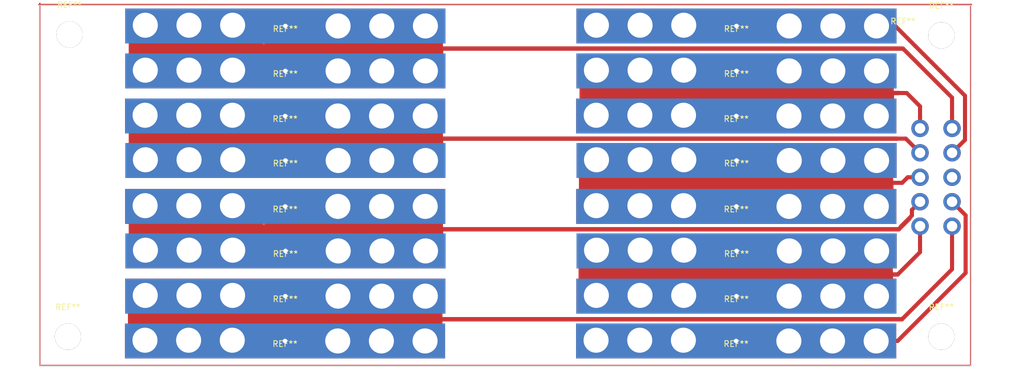
<source format=kicad_pcb>
(kicad_pcb (version 4) (host pcbnew 4.0.4-stable)

  (general
    (links 0)
    (no_connects 0)
    (area -6.891925 -1.0296 169.185225 63.0929)
    (thickness 1.6)
    (drawings 4)
    (tracks 95)
    (zones 0)
    (modules 21)
    (nets 1)
  )

  (page A4)
  (layers
    (0 F.Cu signal)
    (31 B.Cu signal)
    (32 B.Adhes user)
    (33 F.Adhes user)
    (34 B.Paste user)
    (35 F.Paste user)
    (36 B.SilkS user)
    (37 F.SilkS user)
    (38 B.Mask user)
    (39 F.Mask user)
    (40 Dwgs.User user)
    (41 Cmts.User user)
    (42 Eco1.User user)
    (43 Eco2.User user)
    (44 Edge.Cuts user)
    (45 Margin user)
    (46 B.CrtYd user)
    (47 F.CrtYd user)
    (48 B.Fab user)
    (49 F.Fab user)
  )

  (setup
    (last_trace_width 0.25)
    (trace_clearance 0.2)
    (zone_clearance 0.508)
    (zone_45_only no)
    (trace_min 0.2)
    (segment_width 0.2)
    (edge_width 0.15)
    (via_size 0.6)
    (via_drill 0.4)
    (via_min_size 0.4)
    (via_min_drill 0.3)
    (uvia_size 0.3)
    (uvia_drill 0.1)
    (uvias_allowed no)
    (uvia_min_size 0.2)
    (uvia_min_drill 0.1)
    (pcb_text_width 0.3)
    (pcb_text_size 1.5 1.5)
    (mod_edge_width 0.15)
    (mod_text_size 1 1)
    (mod_text_width 0.15)
    (pad_size 55 6)
    (pad_drill 0.762)
    (pad_to_mask_clearance 0.2)
    (aux_axis_origin 0 0)
    (visible_elements 7FFFFFFF)
    (pcbplotparams
      (layerselection 0x00000_00000001)
      (usegerberextensions true)
      (excludeedgelayer true)
      (linewidth 0.100000)
      (plotframeref false)
      (viasonmask false)
      (mode 1)
      (useauxorigin false)
      (hpglpennumber 1)
      (hpglpenspeed 20)
      (hpglpendiameter 15)
      (hpglpenoverlay 2)
      (psnegative false)
      (psa4output false)
      (plotreference false)
      (plotvalue false)
      (plotinvisibletext false)
      (padsonsilk false)
      (subtractmaskfromsilk false)
      (outputformat 1)
      (mirror false)
      (drillshape 0)
      (scaleselection 1)
      (outputdirectory ""))
  )

  (net 0 "")

  (net_class Default "This is the default net class."
    (clearance 0.2)
    (trace_width 0.25)
    (via_dia 0.6)
    (via_drill 0.4)
    (uvia_dia 0.3)
    (uvia_drill 0.1)
  )

  (module USST-footprints:HolePad_single_4-5mmDrill (layer F.Cu) (tedit 5AB67E2F) (tstamp 5AB68C68)
    (at 154.9057 5.1651)
    (fp_text reference REF** (at 0 -5.08) (layer F.SilkS)
      (effects (font (size 1 1) (thickness 0.15)))
    )
    (fp_text value SolderWirePad_single_2-5mmDrill (at 1.27 5.08) (layer F.Fab)
      (effects (font (size 1 1) (thickness 0.15)))
    )
    (pad "" thru_hole circle (at 0 0) (size 4.5 4.5) (drill 4.5) (layers *.Cu *.Mask))
  )

  (module USST-footprints:batt_wedge (layer F.Cu) (tedit 5AD46282) (tstamp 5AD46E04)
    (at 42.1703 19.0246)
    (fp_text reference REF** (at 0 0.5) (layer F.SilkS)
      (effects (font (size 1 1) (thickness 0.15)))
    )
    (fp_text value batt_wedge (at 0 -0.5) (layer F.Fab)
      (effects (font (size 1 1) (thickness 0.15)))
    )
    (pad 1 thru_hole rect (at 0 0) (size 55 6) (drill 0.762) (layers F.Cu F.Paste))
    (pad "" thru_hole circle (at 9.059 0) (size 4.3 4.3) (drill 4.3) (layers *.Cu *.Mask))
    (pad "" thru_hole circle (at -9.059 -0.127) (size 4.3 4.3) (drill 4.3) (layers *.Cu *.Mask))
    (pad "" thru_hole circle (at -24.059 -0.127) (size 4.3 4.3) (drill 4.3) (layers *.Cu *.Mask))
    (pad "" thru_hole circle (at -16.559 -0.127) (size 4.3 4.3) (drill 4.3) (layers *.Cu *.Mask))
    (pad "" thru_hole circle (at 24.059 0) (size 4.3 4.3) (drill 4.3) (layers *.Cu *.Mask))
    (pad "" thru_hole circle (at 16.559 0) (size 4.3 4.3) (drill 4.3) (layers *.Cu *.Mask))
  )

  (module USST-footprints:batt_wedge (layer F.Cu) (tedit 5AD46282) (tstamp 5AD46DFA)
    (at 42.1467 57.6737)
    (fp_text reference REF** (at 0 0.5) (layer F.SilkS)
      (effects (font (size 1 1) (thickness 0.15)))
    )
    (fp_text value batt_wedge (at 0 -0.5) (layer F.Fab)
      (effects (font (size 1 1) (thickness 0.15)))
    )
    (pad 1 thru_hole rect (at 0 0) (size 55 6) (drill 0.762) (layers F.Cu F.Paste))
    (pad "" thru_hole circle (at 9.059 0) (size 4.3 4.3) (drill 4.3) (layers *.Cu *.Mask))
    (pad "" thru_hole circle (at -9.059 -0.127) (size 4.3 4.3) (drill 4.3) (layers *.Cu *.Mask))
    (pad "" thru_hole circle (at -24.059 -0.127) (size 4.3 4.3) (drill 4.3) (layers *.Cu *.Mask))
    (pad "" thru_hole circle (at -16.559 -0.127) (size 4.3 4.3) (drill 4.3) (layers *.Cu *.Mask))
    (pad "" thru_hole circle (at 24.059 0) (size 4.3 4.3) (drill 4.3) (layers *.Cu *.Mask))
    (pad "" thru_hole circle (at 16.559 0) (size 4.3 4.3) (drill 4.3) (layers *.Cu *.Mask))
  )

  (module USST-footprints:batt_wedge (layer F.Cu) (tedit 5AD46282) (tstamp 5AD46DF0)
    (at 42.1975 49.9745)
    (fp_text reference REF** (at 0 0.5) (layer F.SilkS)
      (effects (font (size 1 1) (thickness 0.15)))
    )
    (fp_text value batt_wedge (at 0 -0.5) (layer F.Fab)
      (effects (font (size 1 1) (thickness 0.15)))
    )
    (pad 1 thru_hole rect (at 0 0) (size 55 6) (drill 0.762) (layers F.Cu F.Paste))
    (pad "" thru_hole circle (at 9.059 0) (size 4.3 4.3) (drill 4.3) (layers *.Cu *.Mask))
    (pad "" thru_hole circle (at -9.059 -0.127) (size 4.3 4.3) (drill 4.3) (layers *.Cu *.Mask))
    (pad "" thru_hole circle (at -24.059 -0.127) (size 4.3 4.3) (drill 4.3) (layers *.Cu *.Mask))
    (pad "" thru_hole circle (at -16.559 -0.127) (size 4.3 4.3) (drill 4.3) (layers *.Cu *.Mask))
    (pad "" thru_hole circle (at 24.059 0) (size 4.3 4.3) (drill 4.3) (layers *.Cu *.Mask))
    (pad "" thru_hole circle (at 16.559 0) (size 4.3 4.3) (drill 4.3) (layers *.Cu *.Mask))
  )

  (module USST-footprints:batt_wedge (layer F.Cu) (tedit 5AD46282) (tstamp 5AD46DE6)
    (at 42.2268 42.2051)
    (fp_text reference REF** (at 0 0.5) (layer F.SilkS)
      (effects (font (size 1 1) (thickness 0.15)))
    )
    (fp_text value batt_wedge (at 0 -0.5) (layer F.Fab)
      (effects (font (size 1 1) (thickness 0.15)))
    )
    (pad 1 thru_hole rect (at 0 0) (size 55 6) (drill 0.762) (layers F.Cu F.Paste))
    (pad "" thru_hole circle (at 9.059 0) (size 4.3 4.3) (drill 4.3) (layers *.Cu *.Mask))
    (pad "" thru_hole circle (at -9.059 -0.127) (size 4.3 4.3) (drill 4.3) (layers *.Cu *.Mask))
    (pad "" thru_hole circle (at -24.059 -0.127) (size 4.3 4.3) (drill 4.3) (layers *.Cu *.Mask))
    (pad "" thru_hole circle (at -16.559 -0.127) (size 4.3 4.3) (drill 4.3) (layers *.Cu *.Mask))
    (pad "" thru_hole circle (at 24.059 0) (size 4.3 4.3) (drill 4.3) (layers *.Cu *.Mask))
    (pad "" thru_hole circle (at 16.559 0) (size 4.3 4.3) (drill 4.3) (layers *.Cu *.Mask))
  )

  (module USST-footprints:batt_wedge (layer F.Cu) (tedit 5AD46282) (tstamp 5AD46DDC)
    (at 42.176 34.5567)
    (fp_text reference REF** (at 0 0.5) (layer F.SilkS)
      (effects (font (size 1 1) (thickness 0.15)))
    )
    (fp_text value batt_wedge (at 0 -0.5) (layer F.Fab)
      (effects (font (size 1 1) (thickness 0.15)))
    )
    (pad 1 thru_hole rect (at 0 0) (size 55 6) (drill 0.762) (layers F.Cu F.Paste))
    (pad "" thru_hole circle (at 9.059 0) (size 4.3 4.3) (drill 4.3) (layers *.Cu *.Mask))
    (pad "" thru_hole circle (at -9.059 -0.127) (size 4.3 4.3) (drill 4.3) (layers *.Cu *.Mask))
    (pad "" thru_hole circle (at -24.059 -0.127) (size 4.3 4.3) (drill 4.3) (layers *.Cu *.Mask))
    (pad "" thru_hole circle (at -16.559 -0.127) (size 4.3 4.3) (drill 4.3) (layers *.Cu *.Mask))
    (pad "" thru_hole circle (at 24.059 0) (size 4.3 4.3) (drill 4.3) (layers *.Cu *.Mask))
    (pad "" thru_hole circle (at 16.559 0) (size 4.3 4.3) (drill 4.3) (layers *.Cu *.Mask))
  )

  (module USST-footprints:batt_wedge (layer F.Cu) (tedit 5AD46282) (tstamp 5AD46DD2)
    (at 42.2211 26.67)
    (fp_text reference REF** (at 0 0.5) (layer F.SilkS)
      (effects (font (size 1 1) (thickness 0.15)))
    )
    (fp_text value batt_wedge (at 0 -0.5) (layer F.Fab)
      (effects (font (size 1 1) (thickness 0.15)))
    )
    (pad 1 thru_hole rect (at 0 0) (size 55 6) (drill 0.762) (layers F.Cu F.Paste))
    (pad "" thru_hole circle (at 9.059 0) (size 4.3 4.3) (drill 4.3) (layers *.Cu *.Mask))
    (pad "" thru_hole circle (at -9.059 -0.127) (size 4.3 4.3) (drill 4.3) (layers *.Cu *.Mask))
    (pad "" thru_hole circle (at -24.059 -0.127) (size 4.3 4.3) (drill 4.3) (layers *.Cu *.Mask))
    (pad "" thru_hole circle (at -16.559 -0.127) (size 4.3 4.3) (drill 4.3) (layers *.Cu *.Mask))
    (pad "" thru_hole circle (at 24.059 0) (size 4.3 4.3) (drill 4.3) (layers *.Cu *.Mask))
    (pad "" thru_hole circle (at 16.559 0) (size 4.3 4.3) (drill 4.3) (layers *.Cu *.Mask))
  )

  (module USST-footprints:batt_wedge (layer F.Cu) (tedit 5AD46282) (tstamp 5AD46DC8)
    (at 119.7065 11.2806)
    (fp_text reference REF** (at 0 0.5) (layer F.SilkS)
      (effects (font (size 1 1) (thickness 0.15)))
    )
    (fp_text value batt_wedge (at 0 -0.5) (layer F.Fab)
      (effects (font (size 1 1) (thickness 0.15)))
    )
    (pad 1 thru_hole rect (at 0 0) (size 55 6) (drill 0.762) (layers F.Cu F.Paste))
    (pad "" thru_hole circle (at 9.059 0) (size 4.3 4.3) (drill 4.3) (layers *.Cu *.Mask))
    (pad "" thru_hole circle (at -9.059 -0.127) (size 4.3 4.3) (drill 4.3) (layers *.Cu *.Mask))
    (pad "" thru_hole circle (at -24.059 -0.127) (size 4.3 4.3) (drill 4.3) (layers *.Cu *.Mask))
    (pad "" thru_hole circle (at -16.559 -0.127) (size 4.3 4.3) (drill 4.3) (layers *.Cu *.Mask))
    (pad "" thru_hole circle (at 24.059 0) (size 4.3 4.3) (drill 4.3) (layers *.Cu *.Mask))
    (pad "" thru_hole circle (at 16.559 0) (size 4.3 4.3) (drill 4.3) (layers *.Cu *.Mask))
  )

  (module USST-footprints:batt_wedge (layer F.Cu) (tedit 5AD46282) (tstamp 5AD46DBE)
    (at 119.7065 3.5565)
    (fp_text reference REF** (at 0 0.5) (layer F.SilkS)
      (effects (font (size 1 1) (thickness 0.15)))
    )
    (fp_text value batt_wedge (at 0 -0.5) (layer F.Fab)
      (effects (font (size 1 1) (thickness 0.15)))
    )
    (pad 1 thru_hole rect (at 0 0) (size 55 6) (drill 0.762) (layers F.Cu F.Paste))
    (pad "" thru_hole circle (at 9.059 0) (size 4.3 4.3) (drill 4.3) (layers *.Cu *.Mask))
    (pad "" thru_hole circle (at -9.059 -0.127) (size 4.3 4.3) (drill 4.3) (layers *.Cu *.Mask))
    (pad "" thru_hole circle (at -24.059 -0.127) (size 4.3 4.3) (drill 4.3) (layers *.Cu *.Mask))
    (pad "" thru_hole circle (at -16.559 -0.127) (size 4.3 4.3) (drill 4.3) (layers *.Cu *.Mask))
    (pad "" thru_hole circle (at 24.059 0) (size 4.3 4.3) (drill 4.3) (layers *.Cu *.Mask))
    (pad "" thru_hole circle (at 16.559 0) (size 4.3 4.3) (drill 4.3) (layers *.Cu *.Mask))
  )

  (module USST-footprints:batt_wedge (layer F.Cu) (tedit 5AD46282) (tstamp 5AD46CD9)
    (at 119.6467 57.6737)
    (fp_text reference REF** (at 0 0.5) (layer F.SilkS)
      (effects (font (size 1 1) (thickness 0.15)))
    )
    (fp_text value batt_wedge (at 0 -0.5) (layer F.Fab)
      (effects (font (size 1 1) (thickness 0.15)))
    )
    (pad 1 thru_hole rect (at 0 0) (size 55 6) (drill 0.762) (layers F.Cu F.Paste))
    (pad "" thru_hole circle (at 9.059 0) (size 4.3 4.3) (drill 4.3) (layers *.Cu *.Mask))
    (pad "" thru_hole circle (at -9.059 -0.127) (size 4.3 4.3) (drill 4.3) (layers *.Cu *.Mask))
    (pad "" thru_hole circle (at -24.059 -0.127) (size 4.3 4.3) (drill 4.3) (layers *.Cu *.Mask))
    (pad "" thru_hole circle (at -16.559 -0.127) (size 4.3 4.3) (drill 4.3) (layers *.Cu *.Mask))
    (pad "" thru_hole circle (at 24.059 0) (size 4.3 4.3) (drill 4.3) (layers *.Cu *.Mask))
    (pad "" thru_hole circle (at 16.559 0) (size 4.3 4.3) (drill 4.3) (layers *.Cu *.Mask))
  )

  (module USST-footprints:batt_wedge (layer F.Cu) (tedit 5AD46282) (tstamp 5AD46BCD)
    (at 119.6975 49.9745)
    (fp_text reference REF** (at 0 0.5) (layer F.SilkS)
      (effects (font (size 1 1) (thickness 0.15)))
    )
    (fp_text value batt_wedge (at 0 -0.5) (layer F.Fab)
      (effects (font (size 1 1) (thickness 0.15)))
    )
    (pad 1 thru_hole rect (at 0 0) (size 55 6) (drill 0.762) (layers F.Cu F.Paste))
    (pad "" thru_hole circle (at 9.059 0) (size 4.3 4.3) (drill 4.3) (layers *.Cu *.Mask))
    (pad "" thru_hole circle (at -9.059 -0.127) (size 4.3 4.3) (drill 4.3) (layers *.Cu *.Mask))
    (pad "" thru_hole circle (at -24.059 -0.127) (size 4.3 4.3) (drill 4.3) (layers *.Cu *.Mask))
    (pad "" thru_hole circle (at -16.559 -0.127) (size 4.3 4.3) (drill 4.3) (layers *.Cu *.Mask))
    (pad "" thru_hole circle (at 24.059 0) (size 4.3 4.3) (drill 4.3) (layers *.Cu *.Mask))
    (pad "" thru_hole circle (at 16.559 0) (size 4.3 4.3) (drill 4.3) (layers *.Cu *.Mask))
  )

  (module USST-footprints:batt_wedge (layer F.Cu) (tedit 5AD46282) (tstamp 5AD46BB8)
    (at 119.7268 42.2051)
    (fp_text reference REF** (at 0 0.5) (layer F.SilkS)
      (effects (font (size 1 1) (thickness 0.15)))
    )
    (fp_text value batt_wedge (at 0 -0.5) (layer F.Fab)
      (effects (font (size 1 1) (thickness 0.15)))
    )
    (pad 1 thru_hole rect (at 0 0) (size 55 6) (drill 0.762) (layers F.Cu F.Paste))
    (pad "" thru_hole circle (at 9.059 0) (size 4.3 4.3) (drill 4.3) (layers *.Cu *.Mask))
    (pad "" thru_hole circle (at -9.059 -0.127) (size 4.3 4.3) (drill 4.3) (layers *.Cu *.Mask))
    (pad "" thru_hole circle (at -24.059 -0.127) (size 4.3 4.3) (drill 4.3) (layers *.Cu *.Mask))
    (pad "" thru_hole circle (at -16.559 -0.127) (size 4.3 4.3) (drill 4.3) (layers *.Cu *.Mask))
    (pad "" thru_hole circle (at 24.059 0) (size 4.3 4.3) (drill 4.3) (layers *.Cu *.Mask))
    (pad "" thru_hole circle (at 16.559 0) (size 4.3 4.3) (drill 4.3) (layers *.Cu *.Mask))
  )

  (module USST-footprints:batt_wedge (layer F.Cu) (tedit 5AD46282) (tstamp 5AD46BA4)
    (at 119.676 34.5567)
    (fp_text reference REF** (at 0 0.5) (layer F.SilkS)
      (effects (font (size 1 1) (thickness 0.15)))
    )
    (fp_text value batt_wedge (at 0 -0.5) (layer F.Fab)
      (effects (font (size 1 1) (thickness 0.15)))
    )
    (pad 1 thru_hole rect (at 0 0) (size 55 6) (drill 0.762) (layers F.Cu F.Paste))
    (pad "" thru_hole circle (at 9.059 0) (size 4.3 4.3) (drill 4.3) (layers *.Cu *.Mask))
    (pad "" thru_hole circle (at -9.059 -0.127) (size 4.3 4.3) (drill 4.3) (layers *.Cu *.Mask))
    (pad "" thru_hole circle (at -24.059 -0.127) (size 4.3 4.3) (drill 4.3) (layers *.Cu *.Mask))
    (pad "" thru_hole circle (at -16.559 -0.127) (size 4.3 4.3) (drill 4.3) (layers *.Cu *.Mask))
    (pad "" thru_hole circle (at 24.059 0) (size 4.3 4.3) (drill 4.3) (layers *.Cu *.Mask))
    (pad "" thru_hole circle (at 16.559 0) (size 4.3 4.3) (drill 4.3) (layers *.Cu *.Mask))
  )

  (module USST-footprints:batt_wedge (layer F.Cu) (tedit 5AD46282) (tstamp 5AD46B90)
    (at 119.7211 26.67)
    (fp_text reference REF** (at 0 0.5) (layer F.SilkS)
      (effects (font (size 1 1) (thickness 0.15)))
    )
    (fp_text value batt_wedge (at 0 -0.5) (layer F.Fab)
      (effects (font (size 1 1) (thickness 0.15)))
    )
    (pad 1 thru_hole rect (at 0 0) (size 55 6) (drill 0.762) (layers F.Cu F.Paste))
    (pad "" thru_hole circle (at 9.059 0) (size 4.3 4.3) (drill 4.3) (layers *.Cu *.Mask))
    (pad "" thru_hole circle (at -9.059 -0.127) (size 4.3 4.3) (drill 4.3) (layers *.Cu *.Mask))
    (pad "" thru_hole circle (at -24.059 -0.127) (size 4.3 4.3) (drill 4.3) (layers *.Cu *.Mask))
    (pad "" thru_hole circle (at -16.559 -0.127) (size 4.3 4.3) (drill 4.3) (layers *.Cu *.Mask))
    (pad "" thru_hole circle (at 24.059 0) (size 4.3 4.3) (drill 4.3) (layers *.Cu *.Mask))
    (pad "" thru_hole circle (at 16.559 0) (size 4.3 4.3) (drill 4.3) (layers *.Cu *.Mask))
  )

  (module USST-footprints:batt_wedge (layer F.Cu) (tedit 5AD46282) (tstamp 5AD46B7C)
    (at 119.6703 19.0246)
    (fp_text reference REF** (at 0 0.5) (layer F.SilkS)
      (effects (font (size 1 1) (thickness 0.15)))
    )
    (fp_text value batt_wedge (at 0 -0.5) (layer F.Fab)
      (effects (font (size 1 1) (thickness 0.15)))
    )
    (pad 1 thru_hole rect (at 0 0) (size 55 6) (drill 0.762) (layers F.Cu F.Paste))
    (pad "" thru_hole circle (at 9.059 0) (size 4.3 4.3) (drill 4.3) (layers *.Cu *.Mask))
    (pad "" thru_hole circle (at -9.059 -0.127) (size 4.3 4.3) (drill 4.3) (layers *.Cu *.Mask))
    (pad "" thru_hole circle (at -24.059 -0.127) (size 4.3 4.3) (drill 4.3) (layers *.Cu *.Mask))
    (pad "" thru_hole circle (at -16.559 -0.127) (size 4.3 4.3) (drill 4.3) (layers *.Cu *.Mask))
    (pad "" thru_hole circle (at 24.059 0) (size 4.3 4.3) (drill 4.3) (layers *.Cu *.Mask))
    (pad "" thru_hole circle (at 16.559 0) (size 4.3 4.3) (drill 4.3) (layers *.Cu *.Mask))
  )

  (module USST-footprints:batt_wedge (layer F.Cu) (tedit 5AD46282) (tstamp 5AD46B5C)
    (at 42.2065 11.2806)
    (fp_text reference REF** (at 0 0.5) (layer F.SilkS)
      (effects (font (size 1 1) (thickness 0.15)))
    )
    (fp_text value batt_wedge (at 0 -0.5) (layer F.Fab)
      (effects (font (size 1 1) (thickness 0.15)))
    )
    (pad 1 thru_hole rect (at 0 0) (size 55 6) (drill 0.762) (layers F.Cu F.Paste))
    (pad "" thru_hole circle (at 9.059 0) (size 4.3 4.3) (drill 4.3) (layers *.Cu *.Mask))
    (pad "" thru_hole circle (at -9.059 -0.127) (size 4.3 4.3) (drill 4.3) (layers *.Cu *.Mask))
    (pad "" thru_hole circle (at -24.059 -0.127) (size 4.3 4.3) (drill 4.3) (layers *.Cu *.Mask))
    (pad "" thru_hole circle (at -16.559 -0.127) (size 4.3 4.3) (drill 4.3) (layers *.Cu *.Mask))
    (pad "" thru_hole circle (at 24.059 0) (size 4.3 4.3) (drill 4.3) (layers *.Cu *.Mask))
    (pad "" thru_hole circle (at 16.559 0) (size 4.3 4.3) (drill 4.3) (layers *.Cu *.Mask))
  )

  (module USST-footprints:batt_wedge (layer F.Cu) (tedit 5AD46282) (tstamp 5AB68127)
    (at 42.2065 3.5565)
    (fp_text reference REF** (at 0 0.5) (layer F.SilkS)
      (effects (font (size 1 1) (thickness 0.15)))
    )
    (fp_text value batt_wedge (at 0 -0.5) (layer F.Fab)
      (effects (font (size 1 1) (thickness 0.15)))
    )
    (pad 1 thru_hole rect (at 0 0) (size 55 6) (drill 0.762) (layers F.Cu F.Paste))
    (pad "" thru_hole circle (at 9.059 0) (size 4.3 4.3) (drill 4.3) (layers *.Cu *.Mask))
    (pad "" thru_hole circle (at -9.059 -0.127) (size 4.3 4.3) (drill 4.3) (layers *.Cu *.Mask))
    (pad "" thru_hole circle (at -24.059 -0.127) (size 4.3 4.3) (drill 4.3) (layers *.Cu *.Mask))
    (pad "" thru_hole circle (at -16.559 -0.127) (size 4.3 4.3) (drill 4.3) (layers *.Cu *.Mask))
    (pad "" thru_hole circle (at 24.059 0) (size 4.3 4.3) (drill 4.3) (layers *.Cu *.Mask))
    (pad "" thru_hole circle (at 16.559 0) (size 4.3 4.3) (drill 4.3) (layers *.Cu *.Mask))
  )

  (module USST-footprints:HolePad_single_4-5mmDrill (layer F.Cu) (tedit 5AB67E2F) (tstamp 5AB68C2E)
    (at 5.1143 5.0254)
    (fp_text reference REF** (at 0 -5.08) (layer F.SilkS)
      (effects (font (size 1 1) (thickness 0.15)))
    )
    (fp_text value SolderWirePad_single_2-5mmDrill (at 1.27 5.08) (layer F.Fab)
      (effects (font (size 1 1) (thickness 0.15)))
    )
    (pad "" thru_hole circle (at 0 0) (size 4.5 4.5) (drill 4.5) (layers *.Cu *.Mask))
  )

  (module USST-footprints:HolePad_single_4-5mmDrill (layer F.Cu) (tedit 5AB67E2F) (tstamp 5AB68C3A)
    (at 4.8476 56.9379)
    (fp_text reference REF** (at 0 -5.08) (layer F.SilkS)
      (effects (font (size 1 1) (thickness 0.15)))
    )
    (fp_text value SolderWirePad_single_2-5mmDrill (at 1.27 5.08) (layer F.Fab)
      (effects (font (size 1 1) (thickness 0.15)))
    )
    (pad "" thru_hole circle (at 0 0) (size 4.5 4.5) (drill 4.5) (layers *.Cu *.Mask))
  )

  (module USST-footprints:HolePad_single_4-5mmDrill (layer F.Cu) (tedit 5AB67E2F) (tstamp 5AB68C70)
    (at 154.9057 56.9379)
    (fp_text reference REF** (at 0 -5.08) (layer F.SilkS)
      (effects (font (size 1 1) (thickness 0.15)))
    )
    (fp_text value SolderWirePad_single_2-5mmDrill (at 1.27 5.08) (layer F.Fab)
      (effects (font (size 1 1) (thickness 0.15)))
    )
    (pad "" thru_hole circle (at 0 0) (size 4.5 4.5) (drill 4.5) (layers *.Cu *.Mask))
  )

  (module USST-footprints:BatteryConnector (layer F.Cu) (tedit 566B6018) (tstamp 5B063768)
    (at 151.2434 37.9529)
    (fp_text reference REF** (at -2.9455 -35.197) (layer F.SilkS)
      (effects (font (size 1 1) (thickness 0.15)))
    )
    (fp_text value BatteryConnector (at 1.182 -37.1655) (layer F.Fab)
      (effects (font (size 1 1) (thickness 0.15)))
    )
    (pad "" np_thru_hole circle (at 0 0) (size 3 3) (drill 1.8) (layers *.Cu))
    (pad "" np_thru_hole circle (at 5.5 0) (size 3 3) (drill 1.8) (layers *.Cu))
    (pad "" np_thru_hole circle (at 5.5 -4.2) (size 3 3) (drill 1.8) (layers *.Cu))
    (pad "" np_thru_hole circle (at 0 -4.2) (size 3 3) (drill 1.8) (layers *.Cu))
    (pad "" np_thru_hole circle (at 5.5 -8.4) (size 3 3) (drill 1.8) (layers *.Cu))
    (pad "" np_thru_hole circle (at 0 -8.4) (size 3 3) (drill 1.8) (layers *.Cu))
    (pad "" np_thru_hole circle (at 5.5 -12.6) (size 3 3) (drill 1.8) (layers *.Cu))
    (pad "" np_thru_hole circle (at 0 -12.6) (size 3 3) (drill 1.8) (layers *.Cu))
    (pad "" np_thru_hole circle (at 5.5 -16.8) (size 3 3) (drill 1.8) (layers *.Cu))
    (pad "" np_thru_hole circle (at 0 -16.8) (size 3 3) (drill 1.8) (layers *.Cu))
  )

  (gr_line (start 160.02 0) (end 160.02 62) (layer Edge.Cuts) (width 0.15) (tstamp 5AB67274))
  (gr_line (start 0 61.976) (end 160 61.976) (layer Edge.Cuts) (width 0.15) (tstamp 5AB67257))
  (gr_line (start 0 0) (end 160 0) (layer Edge.Cuts) (width 0.15))
  (gr_line (start 0 0) (end 0 62) (layer Edge.Cuts) (width 0.15))

  (segment (start 62.547771 38.485232) (end 147.589002 38.485232) (width 0.75) (layer F.Cu) (net 0))
  (segment (start 147.589002 38.485232) (end 149.420844 36.65339) (width 0.75) (layer F.Cu) (net 0))
  (segment (start 147.950768 38.017396) (end 149.845127 36.123037) (width 0.7) (layer F.Cu) (net 0))
  (segment (start 149.845127 36.123037) (end 149.845127 35.151173) (width 0.7) (layer F.Cu) (net 0))
  (segment (start 149.845127 35.151173) (end 151.2434 33.7529) (width 0.7) (layer F.Cu) (net 0))
  (segment (start 119.7065 3.5565) (end 146.97835 3.5565) (width 0.7) (layer F.Cu) (net 0))
  (segment (start 146.97835 3.5565) (end 158.967196 15.545346) (width 0.7) (layer F.Cu) (net 0))
  (segment (start 158.967196 15.545346) (end 158.967196 23.129104) (width 0.7) (layer F.Cu) (net 0))
  (segment (start 158.967196 23.129104) (end 156.7434 25.3529) (width 0.7) (layer F.Cu) (net 0))
  (segment (start 147.387167 57.6737) (end 143.7057 57.6737) (width 0.7) (layer F.Cu) (net 0))
  (segment (start 159.073266 45.987601) (end 147.387167 57.6737) (width 0.7) (layer F.Cu) (net 0))
  (segment (start 159.073266 36.082766) (end 159.073266 45.987601) (width 0.7) (layer F.Cu) (net 0))
  (segment (start 156.7434 33.7529) (end 159.073266 36.082766) (width 0.7) (layer F.Cu) (net 0))
  (segment (start 156.7434 37.9529) (end 156.7434 45.352861) (width 0.7) (layer F.Cu) (net 0))
  (segment (start 156.7434 45.352861) (end 148.152724 53.943537) (width 0.7) (layer F.Cu) (net 0))
  (segment (start 147.4089 46.2534) (end 141.4234 46.2534) (width 0.75) (layer F.Cu) (net 0))
  (segment (start 151.2434 37.9529) (end 151.2434 42.4189) (width 0.7) (layer F.Cu) (net 0))
  (segment (start 151.2434 42.4189) (end 147.4089 46.2534) (width 0.7) (layer F.Cu) (net 0))
  (segment (start 151.2434 29.5529) (end 149.12208 29.5529) (width 0.7) (layer F.Cu) (net 0))
  (segment (start 149.12208 29.5529) (end 148.168056 30.506924) (width 0.7) (layer F.Cu) (net 0))
  (segment (start 148.168056 30.506924) (end 144.126724 30.506924) (width 0.7) (layer F.Cu) (net 0))
  (segment (start 139.405803 31.7312) (end 140.345592 30.791411) (width 0.75) (layer F.Cu) (net 0))
  (segment (start 147.240196 22.91651) (end 148.80701 22.91651) (width 0.7) (layer F.Cu) (net 0))
  (segment (start 148.80701 22.91651) (end 151.2434 25.3529) (width 0.7) (layer F.Cu) (net 0))
  (segment (start 147.58684 15.076941) (end 148.952439 15.076941) (width 0.7) (layer F.Cu) (net 0))
  (segment (start 148.952439 15.076941) (end 151.2434 17.367902) (width 0.7) (layer F.Cu) (net 0))
  (segment (start 151.2434 17.367902) (end 151.2434 21.1529) (width 0.7) (layer F.Cu) (net 0))
  (segment (start 151.2434 28.399241) (end 151.2434 29.5529) (width 0.7) (layer F.Cu) (net 0))
  (segment (start 148.121488 7.44077) (end 148.316926 7.44077) (width 0.7) (layer F.Cu) (net 0))
  (segment (start 148.316926 7.44077) (end 156.7434 15.867244) (width 0.7) (layer F.Cu) (net 0))
  (segment (start 156.7434 15.867244) (end 156.7434 21.1529) (width 0.7) (layer F.Cu) (net 0))
  (segment (start 0.0254 61.8998) (end 0.0254 -0.3048) (width 0.25) (layer F.Cu) (net 0))
  (segment (start 159.9438 61.8998) (end 0.0254 61.8998) (width 0.25) (layer F.Cu) (net 0))
  (segment (start 159.9438 -0.1143) (end 160.0708 -0.1143) (width 0.25) (layer F.Cu) (net 0))
  (segment (start 153.517222 -0.1143) (end 159.9438 -0.1143) (width 0.25) (layer F.Cu) (net 0))
  (segment (start 159.9438 -0.1143) (end 159.9438 61.8998) (width 0.25) (layer F.Cu) (net 0))
  (segment (start 69.717902 -0.1143) (end 153.517222 -0.1143) (width 0.25) (layer F.Cu) (net 0))
  (segment (start -0.1143 -0.1143) (end 69.717902 -0.1143) (width 0.25) (layer F.Cu) (net 0))
  (segment (start 63.690934 22.182952) (end 61.749986 24.1239) (width 5) (layer F.Cu) (net 0))
  (segment (start 61.749986 24.1239) (end 39.726833 24.1239) (width 5) (layer F.Cu) (net 0))
  (segment (start 39.726833 24.1239) (end 37.731987 22.129054) (width 5) (layer F.Cu) (net 0))
  (segment (start 63.551234 52.243852) (end 61.610286 54.1848) (width 5) (layer F.Cu) (net 0) (tstamp 5AD46FF2))
  (segment (start 66.699253 53.282453) (end 66.699253 56.10984) (width 5) (layer F.Cu) (net 0) (tstamp 5AD46FF1))
  (segment (start 66.644024 50.25563) (end 66.644024 53.227224) (width 5) (layer F.Cu) (net 0) (tstamp 5AD46FF0))
  (segment (start 61.610286 54.1848) (end 39.9325 54.1848) (width 5) (layer F.Cu) (net 0) (tstamp 5AD46FEF))
  (segment (start 17.656442 49.813803) (end 17.656442 56.496439) (width 5) (layer F.Cu) (net 0) (tstamp 5AD46FEE))
  (segment (start 20.63058 53.522301) (end 36.204882 53.522301) (width 5) (layer F.Cu) (net 0) (tstamp 5AD46FED))
  (segment (start 63.690934 37.689652) (end 61.749986 39.6306) (width 5) (layer F.Cu) (net 0) (tstamp 5AD46FEC))
  (segment (start 66.838953 38.728253) (end 66.838953 41.55564) (width 5) (layer F.Cu) (net 0) (tstamp 5AD46FEB))
  (segment (start 66.783724 35.70143) (end 66.783724 38.673024) (width 5) (layer F.Cu) (net 0) (tstamp 5AD46FEA))
  (segment (start 61.749986 39.6306) (end 40.0722 39.6306) (width 5) (layer F.Cu) (net 0) (tstamp 5AD46FE9))
  (segment (start 17.796142 35.259603) (end 17.796142 41.942239) (width 5) (layer F.Cu) (net 0) (tstamp 5AD46FE8))
  (segment (start 20.77028 38.968101) (end 36.344582 38.968101) (width 5) (layer F.Cu) (net 0) (tstamp 5AD46FE7))
  (segment (start 66.838953 23.221553) (end 66.838953 26.04894) (width 5) (layer F.Cu) (net 0) (tstamp 5AD46FE5))
  (segment (start 66.783724 20.19473) (end 66.783724 23.166324) (width 5) (layer F.Cu) (net 0) (tstamp 5AD46FE4))
  (segment (start 17.796142 19.752903) (end 17.796142 26.435539) (width 5) (layer F.Cu) (net 0) (tstamp 5AD46FE2))
  (segment (start 20.77028 23.461401) (end 36.344582 23.461401) (width 5) (layer F.Cu) (net 0) (tstamp 5AD46FE1))
  (segment (start 63.690934 6.663552) (end 61.749986 8.6045) (width 5) (layer F.Cu) (net 0) (tstamp 5AD46FE0))
  (segment (start 66.838953 7.702153) (end 66.838953 10.52954) (width 5) (layer F.Cu) (net 0) (tstamp 5AD46FDF))
  (segment (start 66.783724 4.67533) (end 66.783724 7.646924) (width 5) (layer F.Cu) (net 0) (tstamp 5AD46FDE))
  (segment (start 61.749986 8.6045) (end 40.0722 8.6045) (width 5) (layer F.Cu) (net 0) (tstamp 5AD46FDD))
  (segment (start 17.796142 4.233503) (end 17.796142 10.916139) (width 5) (layer F.Cu) (net 0) (tstamp 5AD46FDC))
  (segment (start 20.77028 7.942001) (end 36.344582 7.942001) (width 5) (layer F.Cu) (net 0) (tstamp 5AD46FDB))
  (segment (start 62.762193 22.91651) (end 147.240196 22.91651) (width 0.75) (layer F.Cu) (net 0))
  (segment (start 62.201023 7.24708) (end 62.394713 7.44077) (width 0.75) (layer F.Cu) (net 0))
  (segment (start 62.394713 7.44077) (end 148.121488 7.44077) (width 0.75) (layer F.Cu) (net 0))
  (segment (start 144.063224 43.11823) (end 144.063224 46.089824) (width 5) (layer F.Cu) (net 0) (tstamp 5AD46C1A))
  (segment (start 144.118453 46.145053) (end 144.118453 48.97244) (width 5) (layer F.Cu) (net 0) (tstamp 5AD46C19))
  (segment (start 95.075642 42.676403) (end 95.075642 49.359039) (width 5) (layer F.Cu) (net 0) (tstamp 5AD46C18))
  (segment (start 98.04978 46.384901) (end 113.624082 46.384901) (width 5) (layer F.Cu) (net 0) (tstamp 5AD46C17))
  (segment (start 139.029486 47.0474) (end 117.3517 47.0474) (width 5) (layer F.Cu) (net 0) (tstamp 5AD46C16))
  (segment (start 140.970434 45.106452) (end 139.029486 47.0474) (width 5) (layer F.Cu) (net 0) (tstamp 5AD46C15))
  (segment (start 95.139142 27.093503) (end 95.139142 33.776139) (width 5) (layer F.Cu) (net 0) (tstamp 5AD46C04))
  (segment (start 98.11328 30.802001) (end 113.687582 30.802001) (width 5) (layer F.Cu) (net 0) (tstamp 5AD46C03))
  (segment (start 141.229243 33.38954) (end 141.2202 33.380497) (width 5) (layer F.Cu) (net 0) (tstamp 5AD46C02))
  (segment (start 144.181953 30.562153) (end 144.181953 33.38954) (width 5) (layer F.Cu) (net 0) (tstamp 5AD46C01))
  (segment (start 144.126724 27.53533) (end 144.126724 30.506924) (width 5) (layer F.Cu) (net 0) (tstamp 5AD46C00))
  (segment (start 141.033934 29.523552) (end 139.092986 31.4645) (width 5) (layer F.Cu) (net 0) (tstamp 5AD46BFF))
  (segment (start 139.092986 31.4645) (end 117.4152 31.4645) (width 5) (layer F.Cu) (net 0) (tstamp 5AD46BFE))
  (segment (start 95.958711 11.186334) (end 95.240742 11.904303) (width 5) (layer F.Cu) (net 0))
  (segment (start 98.21488 15.612801) (end 113.789182 15.612801) (width 5) (layer F.Cu) (net 0))
  (segment (start 95.240742 11.904303) (end 95.240742 18.586939) (width 5) (layer F.Cu) (net 0))
  (segment (start 95.240742 18.586939) (end 98.21488 15.612801) (width 5) (layer F.Cu) (net 0))
  (segment (start 113.789182 15.612801) (end 117.5168 19.340419) (width 5) (layer F.Cu) (net 0))
  (segment (start 141.135534 14.334352) (end 139.194586 16.2753) (width 5) (layer F.Cu) (net 0))
  (segment (start 139.194586 16.2753) (end 117.5168 16.2753) (width 5) (layer F.Cu) (net 0))
  (segment (start 144.228324 12.34613) (end 144.228324 15.317724) (width 5) (layer F.Cu) (net 0))
  (segment (start 141.330843 18.20034) (end 141.3218 18.191297) (width 5) (layer F.Cu) (net 0))
  (segment (start 144.228324 15.317724) (end 144.283553 15.372953) (width 5) (layer F.Cu) (net 0))
  (segment (start 144.283553 15.372953) (end 144.283553 18.20034) (width 5) (layer F.Cu) (net 0))
  (segment (start 144.283553 18.20034) (end 141.330843 18.20034) (width 5) (layer F.Cu) (net 0))
  (segment (start 148.152724 53.943537) (end 63.091466 53.943537) (width 0.75) (layer F.Cu) (net 0))
  (segment (start 141.301 3.699) (end 146.919297 3.699) (width 0.75) (layer F.Cu) (net 0))
  (segment (start 139.405803 16.2753) (end 140.604162 15.076941) (width 0.75) (layer F.Cu) (net 0))
  (segment (start 140.604162 15.076941) (end 147.58684 15.076941) (width 0.75) (layer F.Cu) (net 0))

)

</source>
